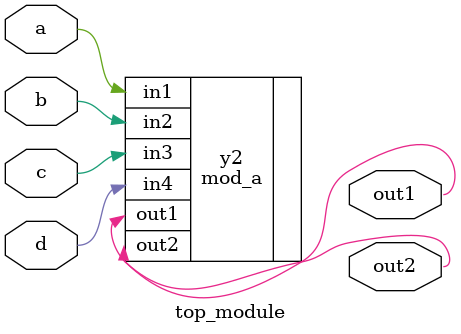
<source format=v>
module top_module ( 
    input a, 
    input b, 
    input c,
    input d,
    output out1,
    output out2
);

    mod_a y2(.out1(out1), .out2(out2), .in1(a), .in2(b), .in3(c), .in4(d));

endmodule

</source>
